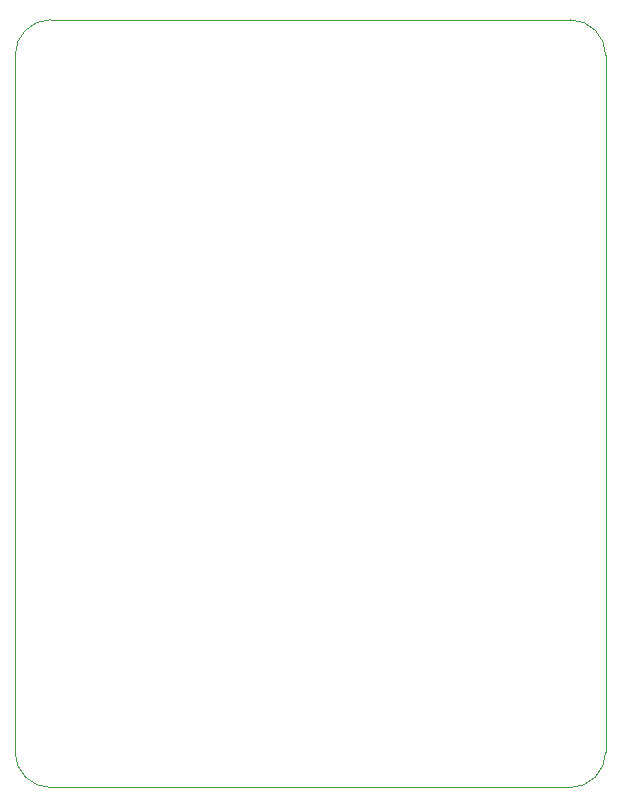
<source format=gbr>
%TF.GenerationSoftware,KiCad,Pcbnew,5.1.10*%
%TF.CreationDate,2021-06-13T09:42:38+02:00*%
%TF.ProjectId,nsumo,6e73756d-6f2e-46b6-9963-61645f706362,rev?*%
%TF.SameCoordinates,Original*%
%TF.FileFunction,Profile,NP*%
%FSLAX46Y46*%
G04 Gerber Fmt 4.6, Leading zero omitted, Abs format (unit mm)*
G04 Created by KiCad (PCBNEW 5.1.10) date 2021-06-13 09:42:38*
%MOMM*%
%LPD*%
G01*
G04 APERTURE LIST*
%TA.AperFunction,Profile*%
%ADD10C,0.050000*%
%TD*%
G04 APERTURE END LIST*
D10*
X75000000Y-80000000D02*
G75*
G02*
X78000000Y-83000000I0J-3000000D01*
G01*
X28000000Y-83000000D02*
G75*
G02*
X31000000Y-80000000I3000000J0D01*
G01*
X31000000Y-145000000D02*
G75*
G02*
X28000000Y-142000000I0J3000000D01*
G01*
X78000000Y-142000000D02*
G75*
G02*
X75000000Y-145000000I-3000000J0D01*
G01*
X78000000Y-142000000D02*
X78000000Y-83000000D01*
X31000000Y-145000000D02*
X75000000Y-145000000D01*
X28000000Y-83000000D02*
X28000000Y-142000000D01*
X75000000Y-80000000D02*
X31000000Y-80000000D01*
M02*

</source>
